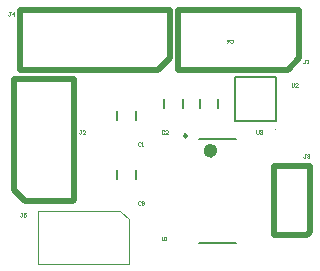
<source format=gto>
G04 Layer_Color=65535*
%FSLAX44Y44*%
%MOMM*%
G71*
G01*
G75*
%ADD25C,0.1000*%
%ADD26C,0.6000*%
%ADD27C,0.2500*%
%ADD28C,0.2000*%
%ADD29C,0.5000*%
D25*
X1696629Y1023871D02*
G03*
X1696629Y1023871I-500J0D01*
G01*
X1572000Y910000D02*
Y919500D01*
Y938500D02*
Y948000D01*
X1565000Y955000D02*
X1572000Y948000D01*
Y919500D02*
Y938500D01*
X1495000Y910000D02*
X1572000D01*
X1495000D02*
Y955000D01*
X1565000D01*
X1481999Y952999D02*
X1481000D01*
X1481499D01*
Y950500D01*
X1481000Y950000D01*
X1480500D01*
X1480000Y950500D01*
X1484998Y952999D02*
X1482999D01*
Y951499D01*
X1483999Y951999D01*
X1484498D01*
X1484998Y951499D01*
Y950500D01*
X1484498Y950000D01*
X1483499D01*
X1482999Y950500D01*
X1581999Y1012499D02*
X1581499Y1012999D01*
X1580500D01*
X1580000Y1012499D01*
Y1010500D01*
X1580500Y1010000D01*
X1581499D01*
X1581999Y1010500D01*
X1582999Y1010000D02*
X1583999D01*
X1583499D01*
Y1012999D01*
X1582999Y1012499D01*
X1471999Y1122999D02*
X1471000D01*
X1471499D01*
Y1120500D01*
X1471000Y1120000D01*
X1470500D01*
X1470000Y1120500D01*
X1474498Y1120000D02*
Y1122999D01*
X1472999Y1121499D01*
X1474998D01*
X1680000Y1022999D02*
Y1020500D01*
X1680500Y1020000D01*
X1681499D01*
X1681999Y1020500D01*
Y1022999D01*
X1682999Y1022499D02*
X1683499Y1022999D01*
X1684498D01*
X1684998Y1022499D01*
Y1021999D01*
X1684498Y1021499D01*
X1683999D01*
X1684498D01*
X1684998Y1021000D01*
Y1020500D01*
X1684498Y1020000D01*
X1683499D01*
X1682999Y1020500D01*
X1721999Y1002999D02*
X1721000D01*
X1721499D01*
Y1000500D01*
X1721000Y1000000D01*
X1720500D01*
X1720000Y1000500D01*
X1722999Y1002499D02*
X1723499Y1002999D01*
X1724498D01*
X1724998Y1002499D01*
Y1001999D01*
X1724498Y1001499D01*
X1723999D01*
X1724498D01*
X1724998Y1001000D01*
Y1000500D01*
X1724498Y1000000D01*
X1723499D01*
X1722999Y1000500D01*
X1581999Y962499D02*
X1581499Y962999D01*
X1580500D01*
X1580000Y962499D01*
Y960500D01*
X1580500Y960000D01*
X1581499D01*
X1581999Y960500D01*
X1582999D02*
X1583499Y960000D01*
X1584499D01*
X1584998Y960500D01*
Y962499D01*
X1584499Y962999D01*
X1583499D01*
X1582999Y962499D01*
Y961999D01*
X1583499Y961499D01*
X1584998D01*
X1601999Y1022499D02*
X1601499Y1022999D01*
X1600500D01*
X1600000Y1022499D01*
Y1020500D01*
X1600500Y1020000D01*
X1601499D01*
X1601999Y1020500D01*
X1604998Y1020000D02*
X1602999D01*
X1604998Y1021999D01*
Y1022499D01*
X1604498Y1022999D01*
X1603499D01*
X1602999Y1022499D01*
X1721999Y1082999D02*
X1721000D01*
X1721499D01*
Y1080500D01*
X1721000Y1080000D01*
X1720500D01*
X1720000Y1080500D01*
X1722999Y1080000D02*
X1723999D01*
X1723499D01*
Y1082999D01*
X1722999Y1082499D01*
X1531999Y1022999D02*
X1531000D01*
X1531499D01*
Y1020500D01*
X1531000Y1020000D01*
X1530500D01*
X1530000Y1020500D01*
X1534998Y1020000D02*
X1532999D01*
X1534998Y1021999D01*
Y1022499D01*
X1534498Y1022999D01*
X1533499D01*
X1532999Y1022499D01*
X1658001Y1097501D02*
X1658501Y1097001D01*
X1659500D01*
X1660000Y1097501D01*
Y1099500D01*
X1659500Y1100000D01*
X1658501D01*
X1658001Y1099500D01*
X1655002Y1097001D02*
X1656001Y1097501D01*
X1657001Y1098501D01*
Y1099500D01*
X1656501Y1100000D01*
X1655501D01*
X1655002Y1099500D01*
Y1099000D01*
X1655501Y1098501D01*
X1657001D01*
X1710000Y1062999D02*
Y1060500D01*
X1710500Y1060000D01*
X1711499D01*
X1711999Y1060500D01*
Y1062999D01*
X1714998Y1060000D02*
X1712999D01*
X1714998Y1061999D01*
Y1062499D01*
X1714499Y1062999D01*
X1713499D01*
X1712999Y1062499D01*
X1600000Y932999D02*
Y930500D01*
X1600500Y930000D01*
X1601499D01*
X1601999Y930500D01*
Y932999D01*
X1602999Y930000D02*
X1603999D01*
X1603499D01*
Y932999D01*
X1602999Y932499D01*
D26*
X1644250Y1005900D02*
G03*
X1644250Y1005900I-3000J0D01*
G01*
D27*
X1621250Y1018500D02*
G03*
X1621250Y1018500I-1250J0D01*
G01*
D28*
X1578000Y1031750D02*
Y1039750D01*
X1562000Y1031750D02*
Y1039750D01*
X1662000Y1030750D02*
X1697000D01*
Y1068250D01*
X1662000Y1030750D02*
Y1068250D01*
X1697000D01*
X1578000Y981750D02*
Y989750D01*
X1562000Y981750D02*
Y989750D01*
X1618000Y1041750D02*
Y1049750D01*
X1602000Y1041750D02*
Y1049750D01*
X1648000Y1041750D02*
Y1049750D01*
X1632000Y1041750D02*
Y1049750D01*
X1631250Y927900D02*
X1663250D01*
X1631250Y1015900D02*
X1663250D01*
D29*
X1606200Y1125400D02*
X1606600Y1125000D01*
Y1084200D02*
Y1125000D01*
X1597000Y1074600D02*
X1606600Y1084200D01*
X1580000Y1074600D02*
X1597000D01*
X1480000D02*
X1580000D01*
X1480000D02*
Y1125400D01*
X1605400D01*
X1694760Y934760D02*
Y993180D01*
X1725240D01*
Y937300D02*
Y993180D01*
X1722700Y934760D02*
X1725240Y937300D01*
X1694760Y934760D02*
X1722700D01*
X1716200Y1125400D02*
X1716600Y1125000D01*
Y1084200D02*
Y1125000D01*
X1707000Y1074600D02*
X1716600Y1084200D01*
X1690000Y1074600D02*
X1707000D01*
X1613800D02*
X1690000D01*
X1613800D02*
Y1125400D01*
X1715400D01*
X1525400Y964600D02*
Y1066200D01*
X1474600D02*
X1525400D01*
X1474600Y990000D02*
Y1066200D01*
Y973000D02*
Y990000D01*
Y973000D02*
X1484200Y963400D01*
X1525000D01*
X1525400Y963800D01*
M02*

</source>
